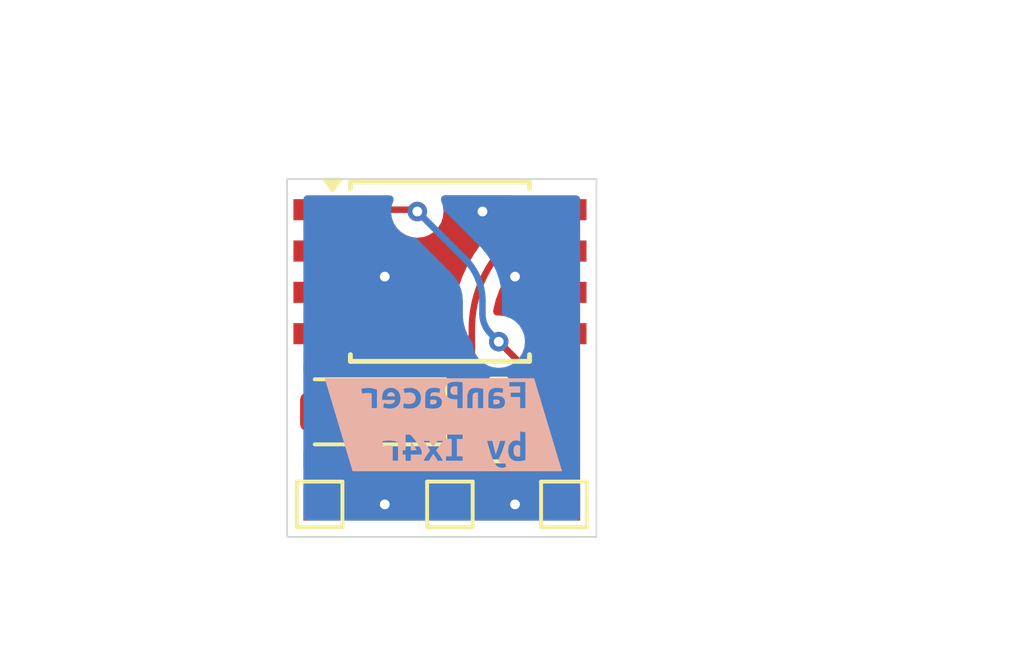
<source format=kicad_pcb>
(kicad_pcb (version 20240108) (generator "pcbnew") (generator_version "8.0")
  (layers (0 "F.Cu" signal) (31 "B.Cu" signal) (34 "B.Paste" user) (35 "F.Paste" user) (36 "B.SilkS" user "B.Silkscreen") (37 "F.SilkS" user "F.Silkscreen") (38 "B.Mask" user) (39 "F.Mask" user) (44 "Edge.Cuts" user))
  (net 0 "")
  (net 1 "Net-(D1-K)")
  (net 2 "GND")
  (net 3 "+12V")
  (net 4 "Net-(U1-~{RESET}{slash}PB5)")
  (net 5 "Net-(U1-AREF{slash}PB0)")
  (footprint "Resistor_SMD:R_0603_1608Metric" (layer "F.Cu") (at 148.499232 77.156572 180)
    (property "Reference" "R2" (hide yes))
    (property "Value" "10K")
    (fp_line (start -0.237258 0.5225) (end 0.237258 0.5225) (stroke (width 0.12)) (layer "F.SilkS"))
    (fp_line (start -0.237258 -0.5225) (end 0.237258 -0.5225) (stroke (width 0.12)) (layer "F.SilkS"))
    (pad "1" smd roundrect (at -0.825 0 180) (size 0.8 0.95) (layers "F.Cu" "F.Paste" "F.Mask") (net 4 "Net-(U1-~{RESET}{slash}PB5)"))
    (pad "2" smd roundrect (at 0.825 0 180) (size 0.8 0.95) (layers "F.Cu" "F.Paste" "F.Mask") (net 1 "Net-(D1-K)"))
  )
  (footprint "TestPoint:TestPoint_Pad_1.0x1.0mm" (layer "F.Cu") (at 143 80.5)
    (property "Reference" "TP1" (hide yes))
    (property "Value" "GND")
    (fp_line (start -0.7 -0.7) (end 0.7 -0.7) (stroke (width 0.12)) (layer "F.SilkS"))
    (fp_line (start -0.7 0.7) (end -0.7 -0.7) (stroke (width 0.12)) (layer "F.SilkS"))
    (fp_line (start 0.7 -0.7) (end 0.7 0.7) (stroke (width 0.12)) (layer "F.SilkS"))
    (fp_line (start 0.7 0.7) (end -0.7 0.7) (stroke (width 0.12)) (layer "F.SilkS"))
    (pad "1" smd rect (at 0 0) (size 1 1) (layers "F.Cu" "F.Mask") (net 2 "GND"))
  )
  (footprint "Diode_SMD:D_SOD-123" (layer "F.Cu") (at 144.499232 77.656572 180)
    (property "Reference" "D1" (hide yes))
    (property "Value" "BZT52C5V1")
    (fp_line (start -2.36 1) (end 1.65 1) (stroke (width 0.12)) (layer "F.SilkS"))
    (fp_line (start -2.36 -1) (end 1.65 -1) (stroke (width 0.12)) (layer "F.SilkS"))
    (fp_line (start -2.36 -1) (end -2.36 1) (stroke (width 0.12)) (layer "F.SilkS"))
    (pad "1" smd roundrect (at -1.65 0 180) (size 0.9 1.2) (layers "F.Cu" "F.Paste" "F.Mask") (net 1 "Net-(D1-K)"))
    (pad "2" smd roundrect (at 1.65 0 180) (size 0.9 1.2) (layers "F.Cu" "F.Paste" "F.Mask") (net 2 "GND"))
  )
  (footprint "Package_SO:SOIC-8W_5.3x5.3mm_P1.27mm" (layer "F.Cu") (at 146.695 73.35)
    (property "Reference" "U1" (hide yes))
    (property "Value" "ATtiny85-20S")
    (fp_line (start -2.75 -2.755) (end -2.75 -2.55) (stroke (width 0.15)) (layer "F.SilkS"))
    (fp_line (start -2.75 -2.755) (end 2.75 -2.755) (stroke (width 0.15)) (layer "F.SilkS"))
    (fp_line (start -2.75 2.755) (end -2.75 2.55) (stroke (width 0.15)) (layer "F.SilkS"))
    (fp_line (start -2.75 2.755) (end 2.75 2.755) (stroke (width 0.15)) (layer "F.SilkS"))
    (fp_line (start 2.75 -2.755) (end 2.75 -2.55) (stroke (width 0.15)) (layer "F.SilkS"))
    (fp_line (start 2.75 2.755) (end 2.75 2.55) (stroke (width 0.15)) (layer "F.SilkS"))
    (fp_poly (pts (xy -3.3 -2.5) (xy -3.54 -2.83) (xy -3.06 -2.83) (xy -3.3 -2.5)) (stroke (width 0.12)) (fill solid) (layer "F.SilkS"))
    (pad "1" smd rect (at -3.65 -1.905) (size 1.7 0.65) (layers "F.Cu" "F.Paste" "F.Mask") (net 4 "Net-(U1-~{RESET}{slash}PB5)"))
    (pad "2" smd rect (at -3.65 -0.635) (size 1.7 0.65) (layers "F.Cu" "F.Paste" "F.Mask"))
    (pad "3" smd rect (at -3.65 0.635) (size 1.7 0.65) (layers "F.Cu" "F.Paste" "F.Mask"))
    (pad "4" smd rect (at -3.65 1.905) (size 1.7 0.65) (layers "F.Cu" "F.Paste" "F.Mask") (net 2 "GND"))
    (pad "5" smd rect (at 3.65 1.905) (size 1.7 0.65) (layers "F.Cu" "F.Paste" "F.Mask") (net 5 "Net-(U1-AREF{slash}PB0)"))
    (pad "6" smd rect (at 3.65 0.635) (size 1.7 0.65) (layers "F.Cu" "F.Paste" "F.Mask"))
    (pad "7" smd rect (at 3.65 -0.635) (size 1.7 0.65) (layers "F.Cu" "F.Paste" "F.Mask"))
    (pad "8" smd rect (at 3.65 -1.905) (size 1.7 0.65) (layers "F.Cu" "F.Paste" "F.Mask") (net 1 "Net-(D1-K)"))
  )
  (footprint "TestPoint:TestPoint_Pad_1.0x1.0mm" (layer "F.Cu") (at 147 80.5)
    (property "Reference" "TP2" (hide yes))
    (property "Value" "12V")
    (fp_line (start -0.7 -0.7) (end 0.7 -0.7) (stroke (width 0.12)) (layer "F.SilkS"))
    (fp_line (start -0.7 0.7) (end -0.7 -0.7) (stroke (width 0.12)) (layer "F.SilkS"))
    (fp_line (start 0.7 -0.7) (end 0.7 0.7) (stroke (width 0.12)) (layer "F.SilkS"))
    (fp_line (start 0.7 0.7) (end -0.7 0.7) (stroke (width 0.12)) (layer "F.SilkS"))
    (pad "1" smd rect (at 0 0) (size 1 1) (layers "F.Cu" "F.Mask") (net 3 "+12V"))
  )
  (footprint "TestPoint:TestPoint_Pad_1.0x1.0mm" (layer "F.Cu") (at 150.5 80.5)
    (property "Reference" "TP3" (hide yes))
    (property "Value" "PWM")
    (fp_line (start -0.7 -0.7) (end 0.7 -0.7) (stroke (width 0.12)) (layer "F.SilkS"))
    (fp_line (start -0.7 0.7) (end -0.7 -0.7) (stroke (width 0.12)) (layer "F.SilkS"))
    (fp_line (start 0.7 -0.7) (end 0.7 0.7) (stroke (width 0.12)) (layer "F.SilkS"))
    (fp_line (start 0.7 0.7) (end -0.7 0.7) (stroke (width 0.12)) (layer "F.SilkS"))
    (pad "1" smd rect (at 0 0) (size 1 1) (layers "F.Cu" "F.Mask") (net 5 "Net-(U1-AREF{slash}PB0)"))
  )
  (footprint "Resistor_SMD:R_0603_1608Metric" (layer "F.Cu") (at 148.499232 78.656572 180)
    (property "Reference" "R1" (hide yes))
    (property "Value" "1.2K 1% 1/10W")
    (fp_line (start -0.237258 0.5225) (end 0.237258 0.5225) (stroke (width 0.12)) (layer "F.SilkS"))
    (fp_line (start -0.237258 -0.5225) (end 0.237258 -0.5225) (stroke (width 0.12)) (layer "F.SilkS"))
    (pad "1" smd roundrect (at -0.825 0 180) (size 0.8 0.95) (layers "F.Cu" "F.Paste" "F.Mask") (net 3 "+12V"))
    (pad "2" smd roundrect (at 0.825 0 180) (size 0.8 0.95) (layers "F.Cu" "F.Paste" "F.Mask") (net 1 "Net-(D1-K)"))
  )
  (footprint "kibuzzard-66C9372B" (layer "B.Cu") (at 146.799597 78.053532 180)
    (property "Reference" "kibuzzard-66C9372B" (hide yes))
    (property "Value" "G***" (hide yes))
    (fp_poly (pts (xy 1.000969 -0.502746) (xy 0.95315 -0.566074) (xy 0.904685 -0.636511) (xy 0.858805 -0.710824) (xy 0.820032 -0.784491) (xy 1.000969 -0.784491) (xy 1.000969 -0.502746)) (fill solid) (layer "B.SilkS"))
    (fp_poly (pts (xy 1.72601 0.873667) (xy 1.719548 0.92084) (xy 1.698869 0.961551) (xy 1.662682 0.99063) (xy 1.608401 1.001616) (xy 1.554766 0.991276) (xy 1.517286 0.962843) (xy 1.494023 0.921486) (xy 1.483037 0.873667) (xy 1.72601 0.873667)) (fill solid) (layer "B.SilkS"))
    (fp_poly (pts (xy 0.310824 0.625525) (xy 0.361228 0.626171) (xy 0.403877 0.629402) (xy 0.403877 0.768982) (xy 0.366397 0.773506) (xy 0.326333 0.775444) (xy 0.278514 0.772213) (xy 0.237803 0.761228) (xy 0.210016 0.739257) (xy 0.199677 0.701777) (xy 0.230695 0.642973) (xy 0.310824 0.625525)) (fill solid) (layer "B.SilkS"))
    (fp_poly (pts (xy -1.627787 0.625525) (xy -1.577383 0.626171) (xy -1.534733 0.629402) (xy -1.534733 0.768982) (xy -1.572213 0.773506) (xy -1.612278 0.775444) (xy -1.660097 0.772213) (xy -1.700808 0.761228) (xy -1.728595 0.739257) (xy -1.738934 0.701777) (xy -1.707916 0.642973) (xy -1.627787 0.625525)) (fill solid) (layer "B.SilkS"))
    (fp_poly (pts (xy -0.352181 1.182553) (xy -0.391599 1.181906) (xy -0.431018 1.178675) (xy -0.431018 0.920194) (xy -0.366397 0.920194) (xy -0.299515 0.927787) (xy -0.251373 0.950565) (xy -0.222294 0.991761) (xy -0.212601 1.054604) (xy -0.222132 1.114216) (xy -0.250727 1.153473) (xy -0.295153 1.175283) (xy -0.352181 1.182553)) (fill solid) (layer "B.SilkS"))
    (fp_poly (pts (xy -2.152504 -0.796123) (xy -2.159451 -0.72084) (xy -2.180291 -0.66559) (xy -2.215347 -0.631664) (xy -2.264943 -0.620355) (xy -2.315994 -0.627464) (xy -2.359289 -0.644911) (xy -2.359289 -0.974475) (xy -2.321163 -0.979645) (xy -2.286914 -0.980937) (xy -2.231341 -0.970436) (xy -2.188691 -0.938934) (xy -2.161551 -0.882229) (xy -2.152504 -0.796123)) (fill solid) (layer "B.SilkS"))
    (fp_poly (pts (xy -2.518255 1.428541) (xy -2.787507 1.428541) (xy -3.644631 -1.428541) (xy -2.787507 -1.428541) (xy -2.518255 -1.428541) (xy -2.283037 -1.428541) (xy -2.283037 -1.117932) (xy -2.345719 -1.11567) (xy -2.409693 -1.108885) (xy -2.469144 -1.098546) (xy -2.518255 -1.085622) (xy -2.518255 -0.233926) (xy -2.516963 -0.233705) (xy -2.516963 0.511793) (xy -2.516963 1.311793) (xy -2.027141 1.311793) (xy -2.027141 1.179968) (xy -2.357997 1.179968) (xy -2.357997 0.986107) (xy -2.068498 0.986107) (xy -2.068498 0.854281) (xy -2.357997 0.854281) (xy -2.357997 0.511793) (xy -2.516963 0.511793) (xy -2.516963 -0.233705) (xy -2.359289 -0.206785) (xy -2.359289 -0.510501) (xy -2.294669 -0.489176) (xy -2.232633 -0.48336) (xy -2.176737 -0.489015) (xy -2.127948 -0.505977) (xy -2.052342 -0.570598) (xy -2.025687 -0.61664) (xy -2.006462 -0.670759) (xy -1.99483 -0.732149) (xy -1.990953 -0.8) (xy -1.9958 -0.868982) (xy -2.010339 -0.931179) (xy -2.034249 -0.985622) (xy -2.067205 -1.031341) (xy -2.108885 -1.068013) (xy -2.158966 -1.095315) (xy -2.217124 -1.112278) (xy -2.283037 -1.117932) (xy -2.283037 -1.428541) (xy -1.798384 -1.428541) (xy -1.798384 -1.32084) (xy -1.871405 -1.314378) (xy -1.926333 -1.297577) (xy -1.896607 -1.164459) (xy -1.850727 -1.180614) (xy -1.807431 -1.185137) (xy -1.732472 -1.15412) (xy -1.687237 -1.080452) (xy -1.725148 -1.000969) (xy -1.763059 -0.914163) (xy -1.800969 -0.820032) (xy -1.828756 -0.74479) (xy -1.85525 -0.665751) (xy -1.880452 -0.582916) (xy -1.904362 -0.496284) (xy -1.738934 -0.496284) (xy -1.712439 -0.598384) (xy -1.697092 -0.652666) (xy -1.680775 -0.706947) (xy -1.663489 -0.760743) (xy -1.645234 -0.81357) (xy -1.639418 -0.828455) (xy -1.639418 0.497577) (xy -1.74475 0.507916) (xy -1.825525 0.542165) (xy -1.877221 0.6042) (xy -1.895315 0.6979) (xy -1.874637 0.787076) (xy -1.819063 0.845234) (xy -1.738934 0.876898) (xy -1.644588 0.886591) (xy -1.586107 0.884006) (xy -1.534733 0.876252) (xy -1.534733 0.895638) (xy -1.563166 0.971244) (xy -1.601939 0.994023) (xy -1.661389 1.001616) (xy -1.748627 0.995153) (xy -1.816478 0.979645) (xy -1.838449 1.107593) (xy -1.754443 1.126333) (xy -1.699192 1.132633) (xy -1.642003 1.134733) (xy -1.573344 1.130372) (xy -1.517286 1.117286) (xy -1.437803 1.068174) (xy -1.395153 0.99063) (xy -1.382229 0.887884) (xy -1.382229 0.52601) (xy -1.485622 0.507916) (xy -1.55832 0.500162) (xy -1.639418 0.497577) (xy -1.639418 -0.828455) (xy -1.607108 -0.911147) (xy -1.579968 -0.81357) (xy -1.566074 -0.760905) (xy -1.552827 -0.707593) (xy -1.540065 -0.653796) (xy -1.527625 -0.599677) (xy -1.505008 -0.496284) (xy -1.342165 -0.496284) (xy -1.366236 -0.580775) (xy -1.389338 -0.663651) (xy -1.412439 -0.74475) (xy -1.436511 -0.82391) (xy -1.461874 -0.901292) (xy -1.488853 -0.97706) (xy -1.517771 -1.05105) (xy -1.54895 -1.123102) (xy -1.597415 -1.212278) (xy -1.650404 -1.273667) (xy -1.715024 -1.309208) (xy -1.798384 -1.32084) (xy -1.798384 -1.428541) (xy -0.736026 -1.428541) (xy -0.736026 0.511793) (xy -0.894992 0.511793) (xy -0.894992 0.833603) (xy -0.899838 0.906947) (xy -0.914378 0.956381) (xy -0.993215 0.993861) (xy -1.028756 0.992569) (xy -1.06559 0.988691) (xy -1.06559 0.511793) (xy -1.224556 0.511793) (xy -1.224556 1.099838) (xy -1.176898 1.111147) (xy -1.119225 1.121809) (xy -1.053796 1.129564) (xy -0.982876 1.132149) (xy -0.91664 1.127141) (xy -0.862682 1.112116) (xy -0.787076 1.05525) (xy -0.747658 0.967367) (xy -0.738934 0.91357) (xy -0.736026 0.854281) (xy -0.736026 0.511793) (xy -0.736026 -1.428541) (xy -0.589984 -1.428541) (xy -0.589984 -1.103716) (xy -0.589984 -0.97189) (xy -0.415509 -0.97189) (xy -0.415509 -0.435541) (xy -0.589984 -0.435541) (xy -0.589984 -0.303716) (xy -0.431018 -0.303716) (xy -0.431018 0.511793) (xy -0.589984 0.511793) (xy -0.589984 1.301454) (xy -0.537641 1.310501) (xy -0.478837 1.316317) (xy -0.420679 1.319548) (xy -0.370275 1.32084) (xy -0.276216 1.313875) (xy -0.197379 1.292982) (xy -0.133764 1.258158) (xy -0.087094 1.207539) (xy -0.059092 1.139257) (xy -0.049758 1.053312) (xy -0.059164 0.966505) (xy -0.087381 0.897361) (xy -0.13441 0.84588) (xy -0.198672 0.810339) (xy -0.278586 0.789015) (xy -0.374152 0.781906) (xy -0.431018 0.781906) (xy -0.431018 0.511793) (xy -0.431018 -0.303716) (xy -0.082068 -0.303716) (xy -0.082068 -0.435541) (xy -0.25525 -0.435541) (xy -0.25525 -0.97189) (xy -0.082068 -0.97189) (xy -0.082068 -1.103716) (xy -0.589984 -1.103716) (xy -0.589984 -1.428541) (xy 0.608078 -1.428541) (xy 0.608078 -1.103716) (xy 0.442649 -1.103716) (xy 0.407754 -1.041357) (xy 0.372859 -0.986107) (xy 0.338934 -0.936995) (xy 0.306947 -0.893053) (xy 0.270113 -0.944103) (xy 0.237157 -0.993861) (xy 0.205816 -1.04588) (xy 0.173829 -1.103716) (xy 0.012278 -1.103716) (xy 0.056866 -1.02811) (xy 0.109855 -0.947981) (xy 0.168013 -0.867205) (xy 0.226817 -0.790953) (xy 0.01357 -0.496284) (xy 0.180291 -0.496284) (xy 0.299192 -0.664347) (xy 0.299192 0.497577) (xy 0.193861 0.507916) (xy 0.113086 0.542165) (xy 0.061389 0.6042) (xy 0.043296 0.6979) (xy 0.063974 0.787076) (xy 0.119548 0.845234) (xy 0.199677 0.876898) (xy 0.294023 0.886591) (xy 0.352504 0.884006) (xy 0.403877 0.876252) (xy 0.403877 0.895638) (xy 0.375444 0.971244) (xy 0.336672 0.994023) (xy 0.277221 1.001616) (xy 0.189984 0.995153) (xy 0.122132 0.979645) (xy 0.100162 1.107593) (xy 0.184168 1.126333) (xy 0.239418 1.132633) (xy 0.296607 1.134733) (xy 0.365267 1.130372) (xy 0.421325 1.117286) (xy 0.500808 1.068174) (xy 0.543457 0.99063) (xy 0.556381 0.887884) (xy 0.556381 0.52601) (xy 0.452989 0.507916) (xy 0.380291 0.500162) (xy 0.299192 0.497577) (xy 0.299192 -0.664347) (xy 0.314701 -0.686268) (xy 0.438772 -0.496284) (xy 0.600323 -0.496284) (xy 0.403877 -0.788368) (xy 0.46462 -0.867851) (xy 0.521486 -0.952504) (xy 0.570598 -1.033926) (xy 0.608078 -1.103716) (xy 0.608078 -1.428541) (xy 1.159935 -1.428541) (xy 1.159935 -1.103716) (xy 1.000969 -1.103716) (xy 1.000969 -0.915024) (xy 0.667528 -0.915024) (xy 0.667528 -0.798708) (xy 0.695638 -0.744911) (xy 0.730856 -0.68433) (xy 0.771567 -0.619548) (xy 0.816155 -0.55315) (xy 0.863974 -0.48643) (xy 0.914378 -0.420679) (xy 0.966074 -0.358805) (xy 1.017771 -0.303716) (xy 1.041034 -0.303716) (xy 1.041034 0.497577) (xy 0.954604 0.503716) (xy 0.881422 0.522132) (xy 0.82084 0.551212) (xy 0.772213 0.589338) (xy 0.735218 0.635864) (xy 0.709532 0.690145) (xy 0.694507 0.750565) (xy 0.689499 0.815509) (xy 0.694669 0.879483) (xy 0.710178 0.93958) (xy 0.736349 0.994023) (xy 0.773506 1.041034) (xy 0.821809 1.079806) (xy 0.881422 1.109532) (xy 0.952989 1.128433) (xy 1.037157 1.134733) (xy 1.13538 1.126979) (xy 1.224556 1.101131) (xy 1.189661 0.973183) (xy 1.132149 0.989338) (xy 1.051373 0.996446) (xy 0.956381 0.982876) (xy 0.894992 0.945396) (xy 0.861389 0.887884) (xy 0.85105 0.815509) (xy 0.862843 0.740549) (xy 0.898223 0.683683) (xy 0.962036 0.647819) (xy 1.059128 0.635864) (xy 1.137318 0.641034) (xy 1.211632 0.657835) (xy 1.234895 0.527302) (xy 1.153473 0.505977) (xy 1.101454 0.499677) (xy 1.041034 0.497577) (xy 1.041034 -0.303716) (xy 1.159935 -0.303716) (xy 1.159935 -0.784491) (xy 1.246527 -0.784491) (xy 1.246527 -0.915024) (xy 1.159935 -0.915024) (xy 1.159935 -1.103716) (xy 1.159935 -1.428541) (xy 1.55412 -1.428541) (xy 1.55412 -1.103716) (xy 1.393861 -1.103716) (xy 1.393861 -0.536349) (xy 1.457997 -0.515347) (xy 1.523748 -0.498869) (xy 1.595961 -0.488207) (xy 1.652342 -0.485808) (xy 1.652342 0.497577) (xy 1.578837 0.502585) (xy 1.513409 0.517609) (xy 1.456543 0.542488) (xy 1.408724 0.57706) (xy 1.370436 0.621163) (xy 1.342165 0.674637) (xy 1.324717 0.737641) (xy 1.318901 0.810339) (xy 1.32504 0.885622) (xy 1.343457 0.951212) (xy 1.37189 1.006947) (xy 1.408078 1.052666) (xy 1.45105 1.088368) (xy 1.499838 1.114055) (xy 1.552181 1.129564) (xy 1.605816 1.134733) (xy 1.688243 1.125902) (xy 1.756309 1.099408) (xy 1.810016 1.05525) (xy 1.848788 0.994148) (xy 1.872052 0.916819) (xy 1.879806 0.823263) (xy 1.87916 0.790953) (xy 1.877221 0.763813) (xy 1.483037 0.763813) (xy 1.495315 0.710662) (xy 1.532149 0.670113) (xy 1.588368 0.644426) (xy 1.658805 0.635864) (xy 1.749919 0.646204) (xy 1.82294 0.666882) (xy 1.844911 0.531179) (xy 1.757027 0.50727) (xy 1.652342 0.497577) (xy 1.652342 -0.485808) (xy 1.679483 -0.484653) (xy 1.716317 -0.485945) (xy 1.767367 -0.490468) (xy 1.822294 -0.498223) (xy 1.872052 -0.510501) (xy 1.843619 -0.657835) (xy 1.806785 -0.650081) (xy 1.763489 -0.642973) (xy 1.72084 -0.638449) (xy 1.685945 -0.637157) (xy 1.620032 -0.640388) (xy 1.55412 -0.652666) (xy 1.55412 -1.103716) (xy 1.55412 -1.428541) (xy 2.200323 -1.428541) (xy 2.200323 0.511793) (xy 2.040065 0.511793) (xy 2.040065 1.07916) (xy 2.1042 1.100162) (xy 2.169952 1.11664) (xy 2.242165 1.127302) (xy 2.325687 1.130856) (xy 2.36252 1.129564) (xy 2.41357 1.12504) (xy 2.468498 1.117286) (xy 2.518255 1.105008) (xy 2.489822 0.957674) (xy 2.452989 0.965428) (xy 2.409693 0.972536) (xy 2.367044 0.97706) (xy 2.332149 0.978352) (xy 2.266236 0.975121) (xy 2.200323 0.962843) (xy 2.200323 0.511793) (xy 2.200323 -1.428541) (xy 2.518255 -1.428541) (xy 2.787507 -1.428541) (xy 3.644631 1.428541) (xy 2.787507 1.428541) (xy 2.518255 1.428541) (xy -2.518255 1.428541)) (fill solid) (layer "B.SilkS"))
  )
  (gr_rect (start 142 70.5) (end 151.5 81.5) (stroke (width 0.05)) (fill none) (layer "Edge.Cuts"))
  (segment (start 147.674232 76.803018) (end 147.674232 77.510125) (width 0.2) (layer "F.Cu") (net 1))
  (segment (start 150.0825 71.445) (end 150.345 71.445) (width 0.2) (layer "F.Cu") (net 1))
  (segment (start 147.674232 78.656572) (end 147.674232 77.510125) (width 0.2) (layer "F.Cu") (net 1))
  (segment (start 147.674232 76.803018) (end 147.674232 75.108055) (width 0.2) (layer "F.Cu") (net 1))
  (segment (start 147.674232 78.656572) (end 146.859847 77.842187) (width 0.2) (layer "F.Cu") (net 1))
  (segment (start 149.634384 71.630615) (end 148.747116 72.517884) (width 0.2) (layer "F.Cu") (net 1))
  (segment (start 146.411732 77.656572) (end 146.820678 77.656572) (width 0.2) (layer "F.Cu") (net 1))
  (arc (start 148.747116 72.517884) (mid 147.953065 73.706264) (end 147.674232 75.108055) (width 0.2) (layer "F.Cu") (net 1))
  (arc (start 147.674232 77.510125) (mid 147.583828 77.374826) (end 147.424232 77.406572) (width 0.2) (layer "F.Cu") (net 1))
  (arc (start 147.424232 77.406572) (mid 147.147319 77.591599) (end 146.820678 77.656572) (width 0.2) (layer "F.Cu") (net 1))
  (arc (start 150.0825 71.445) (mid 149.839981 71.493239) (end 149.634384 71.630615) (width 0.2) (layer "F.Cu") (net 1))
  (arc (start 146.411732 77.656572) (mid 146.411732 77.656572) (end 146.411732 77.656572) (width 0.2) (layer "F.Cu") (net 1))
  (arc (start 147.424232 77.406572) (mid 147.609259 77.129659) (end 147.674232 76.803018) (width 0.2) (layer "F.Cu") (net 1))
  (arc (start 146.859847 77.842187) (mid 146.65425 77.704811) (end 146.411732 77.656572) (width 0.2) (layer "F.Cu") (net 1))
  (via (at 145 80.5) (size 0.6) (drill 0.3) (layers "F.Cu" "B.Cu") (net 2))
  (via (at 149 73.5) (size 0.6) (drill 0.3) (layers "F.Cu" "B.Cu") (net 2))
  (via (at 148 71.5) (size 0.6) (drill 0.3) (layers "F.Cu" "B.Cu") (net 2))
  (via (at 149 80.5) (size 0.6) (drill 0.3) (layers "F.Cu" "B.Cu") (net 2))
  (via (at 145 73.5) (size 0.6) (drill 0.3) (layers "F.Cu" "B.Cu") (net 2))
  (segment (start 147.33001 80.169989) (end 147 80.5) (width 0.2) (layer "F.Cu") (net 3))
  (segment (start 148.150793 79.83001) (end 149.324232 78.656572) (width 0.2) (layer "F.Cu") (net 3))
  (arc (start 147.740402 80) (mid 147.518299 80.044178) (end 147.33001 80.169989) (width 0.2) (layer "F.Cu") (net 3))
  (arc (start 148.150793 79.83001) (mid 147.962504 79.955821) (end 147.740402 80) (width 0.2) (layer "F.Cu") (net 3))
  (segment (start 149.350214 77.149785) (end 149.5 77) (width 0.2) (layer "F.Cu") (net 4))
  (segment (start 145.906109 71.445) (end 143.045 71.445) (width 0.2) (layer "F.Cu") (net 4))
  (segment (start 148.5 75.5) (end 149.029955 76.029955) (width 0.2) (layer "F.Cu") (net 4))
  (segment (start 145.9725 71.4725) (end 146 71.5) (width 0.2) (layer "F.Cu") (net 4))
  (segment (start 149.324232 77.146974) (end 149.324232 76.740402) (width 0.2) (layer "F.Cu") (net 4))
  (via (at 146 71.5) (size 0.6) (drill 0.3) (layers "F.Cu" "B.Cu") (net 4))
  (via (at 148.5 75.5) (size 0.6) (drill 0.3) (layers "F.Cu" "B.Cu") (net 4))
  (arc (start 145.9725 71.4725) (mid 145.942039 71.452147) (end 145.906109 71.445) (width 0.2) (layer "F.Cu") (net 4))
  (arc (start 149.324232 77.146974) (mid 149.327043 77.15376) (end 149.33383 77.156572) (width 0.2) (layer "F.Cu") (net 4))
  (arc (start 149.350214 77.149785) (mid 149.342697 77.154808) (end 149.33383 77.156572) (width 0.2) (layer "F.Cu") (net 4))
  (arc (start 149.029955 76.029955) (mid 149.247751 76.35591) (end 149.324232 76.740402) (width 0.2) (layer "F.Cu") (net 4))
  (segment (start 148.5 75.5) (end 148.25 75.25) (width 0.2) (layer "B.Cu") (net 4))
  (segment (start 146 71.5) (end 147.469669 72.969669) (width 0.2) (layer "B.Cu") (net 4))
  (segment (start 148 74.646446) (end 148 74.25) (width 0.2) (layer "B.Cu") (net 4))
  (arc (start 147.469669 72.969669) (mid 147.862171 73.55709) (end 148 74.25) (width 0.2) (layer "B.Cu") (net 4))
  (arc (start 148 74.646446) (mid 148.064972 74.973087) (end 148.25 75.25) (width 0.2) (layer "B.Cu") (net 4))
  (segment (start 150.4225 80.4225) (end 150.5 80.5) (width 0.2) (layer "F.Cu") (net 5))
  (segment (start 150.345 80.235398) (end 150.345 75.255) (width 0.2) (layer "F.Cu") (net 5))
  (arc (start 150.345 80.235398) (mid 150.365141 80.336656) (end 150.4225 80.4225) (width 0.2) (layer "F.Cu") (net 5))
  (zone (net 2) (net_name "GND") (layer "F.Cu") (connect_pads (clearance 0.5)) (min_thickness 0.25) (fill yes (thermal_gap 0.5) (thermal_bridge_width 0.5))
    (polygon (pts (xy 139 85) (xy 155 85) (xy 155 65) (xy 139 65)))
  )
  (zone (net 2) (net_name "GND") (layer "B.Cu") (priority 1) (connect_pads (clearance 0.5)) (min_thickness 0.25) (fill yes (thermal_gap 0.5) (thermal_bridge_width 0.5))
    (polygon (pts (xy 138.5 65.5) (xy 138.5 85.5) (xy 154.5 85.5) (xy 154.5 65.5)))
  )
)
</source>
